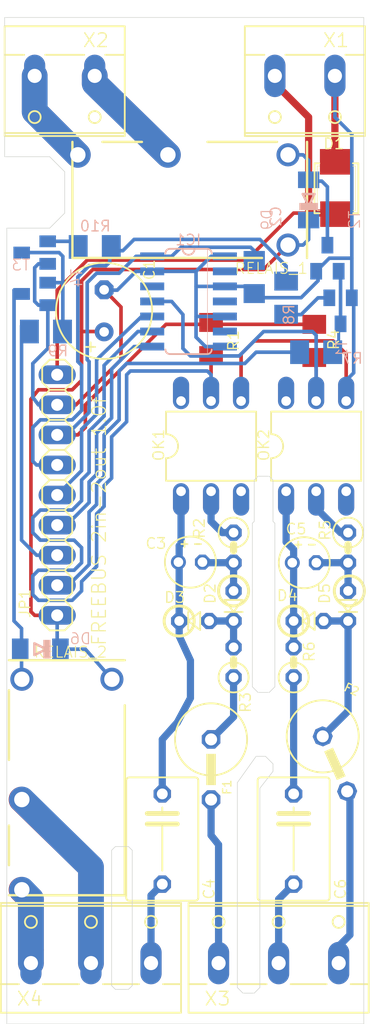
<source format=kicad_pcb>
(kicad_pcb (version 20221018) (generator pcbnew)
  (layers (0 "F.Cu" signal) (31 "B.Cu" signal) (34 "B.Paste" user) (35 "F.Paste" user) (36 "B.SilkS" user "B.Silkscreen") (37 "F.SilkS" user "F.Silkscreen") (38 "B.Mask" user) (39 "F.Mask" user) (44 "Edge.Cuts" user))
  (net 0 "")
  (net 1 "GND")
  (net 2 "EIB+")
  (net 3 "R3")
  (net 4 "IO1")
  (net 5 "VDD_IN")
  (net 6 "IO3")
  (net 7 "PWM")
  (net 8 "N$14")
  (net 9 "N$17")
  (net 10 "N$19")
  (net 11 "N$21")
  (net 12 "N$22")
  (net 13 "N$8")
  (net 14 "N$9")
  (net 15 "N$1")
  (net 16 "N$3")
  (net 17 "N$5")
  (net 18 "N$10")
  (net 19 "N$13")
  (net 20 "N$18")
  (net 21 "N$20")
  (net 22 "N$24")
  (net 23 "N$28")
  (net 24 "N$29")
  (net 25 "N$2")
  (net 26 "N$6")
  (net 27 "VCC")
  (net 28 "N$15")
  (net 29 "N$25")
  (net 30 "N$7")
  (net 31 "IO2")
  (net 32 "IO4")
  (net 33 "N$12")
  (net 34 "N$26")
  (net 35 "N$11")
  (footprint "2in-2out_1.0f_produziert_re:M1206" (layer "F.Cu") (at 159.50345 89.8185 90)
    (fp_text reference "R4")
    (fp_text value "10k")
  )
  (footprint "2in-2out_1.0f_produziert_re:0617V" (layer "F.Cu") (at 150.77235 126.0136 -90)
    (fp_text reference "F1")
    (fp_text value "80mA")
  )
  (footprint "2in-2out_1.0f_produziert_re:D-2.5" (layer "F.Cu") (at 159.02735 113.4724)
    (fp_text reference "D4")
    (fp_text value "1N4007")
  )
  (footprint "2in-2out_1.0f_produziert_re:0207_2V" (layer "F.Cu") (at 162.36105 107.2811 -90)
    (fp_text reference "R5")
    (fp_text value "6k8")
  )
  (footprint "2in-2out_1.0f_produziert_re:D-2.5" (layer "F.Cu") (at 152.67735 112.2024 90)
    (fp_text reference "D2")
    (fp_text value "1N4007")
  )
  (footprint "2in-2out_1.0f_produziert_re:1X09" (layer "F.Cu") (at 137.75485 102.8361 -90)
    (fp_text reference "JP1")
    (fp_text value "")
  )
  (footprint "2in-2out_1.0f_produziert_re:0617V" (layer "F.Cu") (at 161.24985 125.5374 -66)
    (fp_text reference "F2")
    (fp_text value "80mA")
  )
  (footprint "2in-2out_1.0f_produziert_re:D-2.5" (layer "F.Cu") (at 149.34365 113.4723)
    (fp_text reference "D3")
    (fp_text value "1N4007")
  )
  (footprint "2in-2out_1.0f_produziert_re:W237-132" (layer "F.Cu") (at 138.38985 68.0698 180)
    (fp_text reference "X2")
    (fp_text value "")
  )
  (footprint "2in-2out_1.0f_produziert_re:C075-063X106" (layer "F.Cu") (at 157.75735 131.8873 -90)
    (fp_text reference "C6")
    (fp_text value "47nF")
  )
  (footprint "2in-2out_1.0f_produziert_re:M1206" (layer "F.Cu") (at 150.77235 89.6598 -90)
    (fp_text reference "R1")
    (fp_text value "10k")
  )
  (footprint "2in-2out_1.0f_produziert_re:DIL06" (layer "F.Cu") (at 150.77235 98.7086)
    (fp_text reference "OK1")
    (fp_text value "CNY17-2")
  )
  (footprint "2in-2out_1.0f_produziert_re:0207_2V" (layer "F.Cu") (at 157.75735 116.9648 90)
    (fp_text reference "R6")
    (fp_text value "2k7 1W")
  )
  (footprint "2in-2out_1.0f_produziert_re:C075-063X106" (layer "F.Cu") (at 146.64485 131.8873 -90)
    (fp_text reference "C4")
    (fp_text value "47nF")
  )
  (footprint "2in-2out_1.0f_produziert_re:RE-SCHRACK" (layer "F.Cu") (at 138.57395 127.2836 -90)
    (fp_text reference "RELAIS_2")
    (fp_text value "RE030024")
  )
  (footprint "2in-2out_1.0f_produziert_re:E2-4" (layer "F.Cu") (at 149.02615 108.5003)
    (fp_text reference "C3")
    (fp_text value "10µ")
  )
  (footprint "2in-2out_1.0f_produziert_re:W237-132" (layer "F.Cu") (at 158.70985 68.0698 180)
    (fp_text reference "X1")
    (fp_text value "")
  )
  (footprint "2in-2out_1.0f_produziert_re:DIL06" (layer "F.Cu") (at 159.66235 98.7086)
    (fp_text reference "OK2")
    (fp_text value "CNY17-2")
  )
  (footprint "2in-2out_1.0f_produziert_re:RE-SCHRACK" (layer "F.Cu") (at 148.39115 77.9123 180)
    (fp_text reference "RELAIS_1")
    (fp_text value "RE030024")
  )
  (footprint "2in-2out_1.0f_produziert_re:E2-4" (layer "F.Cu") (at 158.65905 108.5511)
    (fp_text reference "C5")
    (fp_text value "10µ")
  )
  (footprint "2in-2out_1.0f_produziert_re:0207_2V" (layer "F.Cu") (at 152.67735 116.9647 90)
    (fp_text reference "R3")
    (fp_text value "2k7 1W")
  )
  (footprint "2in-2out_1.0f_produziert_re:SMB" (layer "F.Cu") (at 161.24985 76.8011 90)
    (fp_text reference "D1")
    (fp_text value "SMAJ43CA")
  )
  (footprint "2in-2out_1.0f_produziert_re:E3,5-8" (layer "F.Cu") (at 141.72375 87.2786 90)
    (fp_text reference "C1")
    (fp_text value "100µ")
  )
  (footprint "2in-2out_1.0f_produziert_re:D-2.5" (layer "F.Cu") (at 162.36115 112.2023 90)
    (fp_text reference "D5")
    (fp_text value "1N4007" hide)
  )
  (footprint "2in-2out_1.0f_produziert_re:W237-3E" (layer "F.Cu") (at 156.48735 141.7298)
    (fp_text reference "X3")
    (fp_text value "")
  )
  (footprint "2in-2out_1.0f_produziert_re:W237-3E" (layer "F.Cu") (at 140.61235 141.7299)
    (fp_text reference "X4")
    (fp_text value "")
  )
  (footprint "2in-2out_1.0f_produziert_re:0207_2V" (layer "F.Cu") (at 152.67735 107.2811 -90)
    (fp_text reference "R2")
    (fp_text value "6k8")
  )
  (footprint "2in-2out_1.0f_produziert_re:C1206" (layer "B.Cu") (at 154.42355 84.421 -90)
    (fp_text reference "C2")
    (fp_text value "100n")
  )
  (footprint "2in-2out_1.0f_produziert_re:SOT23" (layer "B.Cu") (at 135.84995 85.8497 -90)
    (fp_text reference "T4")
    (fp_text value "BC847")
  )
  (footprint "2in-2out_1.0f_produziert_re:M1206" (layer "B.Cu") (at 136.80245 89.0247 180)
    (fp_text reference "R9")
    (fp_text value "10k")
  )
  (footprint "2in-2out_1.0f_produziert_re:SOT23" (layer "B.Cu") (at 160.61485 82.8334 180)
    (fp_text reference "T2")
    (fp_text value "BC847")
  )
  (footprint "2in-2out_1.0f_produziert_re:SOT23" (layer "B.Cu") (at 161.72605 87.2784)
    (fp_text reference "T1")
    (fp_text value "BC847")
  )
  (footprint "2in-2out_1.0f_produziert_re:SO14" (layer "B.Cu") (at 148.86715 86.4849 -90)
    (fp_text reference "IC1")
    (fp_text value "74HC14D")
  )
  (footprint "2in-2out_1.0f_produziert_re:MINIMELF" (layer "B.Cu") (at 136.32625 115.8538 180)
    (fp_text reference "D6")
    (fp_text value "1N4148")
  )
  (footprint "2in-2out_1.0f_produziert_re:M1206" (layer "B.Cu") (at 157.12205 86.1673 -90)
    (fp_text reference "R8")
    (fp_text value "10k")
  )
  (footprint "2in-2out_1.0f_produziert_re:M1206" (layer "B.Cu") (at 140.92985 81.8813 180)
    (fp_text reference "R10")
    (fp_text value "10k")
  )
  (footprint "2in-2out_1.0f_produziert_re:M1206" (layer "B.Cu") (at 159.66225 90.7712 180)
    (fp_text reference "R7")
    (fp_text value "10k")
  )
  (footprint "2in-2out_1.0f_produziert_re:MINIMELF" (layer "B.Cu") (at 159.02755 77.9121 90)
    (fp_text reference "D9")
    (fp_text value "1N4148")
  )
  (footprint "2in-2out_1.0f_produziert_re:SOT23" (layer "B.Cu") (at 135.84995 82.3574 -90)
    (fp_text reference "T3")
    (fp_text value "847")
  )
  (gr_circle (center 152.67735 110.9322) (end 153.94735 110.9322) (stroke (width 0.254)) (fill none) (layer "F.SilkS"))
  (gr_circle (center 148.07355 113.4724) (end 149.34355 113.4724) (stroke (width 0.254)) (fill none) (layer "F.SilkS"))
  (gr_circle (center 162.46905 110.9323) (end 163.73905 110.9323) (stroke (width 0.254)) (fill none) (layer "F.SilkS"))
  (gr_circle (center 157.75735 113.4724) (end 159.02735 113.4724) (stroke (width 0.254)) (fill none) (layer "F.SilkS"))
  (gr_line (start 133.49235 147.5036) (end 163.69235 147.5036) (stroke (width 0.05)) (layer "Edge.Cuts"))
  (gr_line (start 144.10485 132.8398) (end 144.10485 144.2698) (stroke (width 0.05)) (layer "Edge.Cuts"))
  (gr_line (start 142.35865 144.2698) (end 142.35865 132.8398) (stroke (width 0.05)) (layer "Edge.Cuts"))
  (gr_line (start 144.10485 144.2698) (end 143.78735 144.5873) (stroke (width 0.05)) (layer "Edge.Cuts"))
  (gr_line (start 154.26485 105.2174) (end 154.42365 105.0586) (stroke (width 0.05)) (layer "Edge.Cuts"))
  (gr_line (start 154.26485 119.0285) (end 154.26485 105.2174) (stroke (width 0.05)) (layer "Edge.Cuts"))
  (gr_line (start 154.42365 105.0586) (end 154.42365 101.5661) (stroke (width 0.05)) (layer "Edge.Cuts"))
  (gr_line (start 154.74115 119.5048) (end 154.26485 119.0285) (stroke (width 0.05)) (layer "Edge.Cuts"))
  (gr_line (start 142.67615 144.5873) (end 142.35865 144.2698) (stroke (width 0.05)) (layer "Edge.Cuts"))
  (gr_line (start 143.78735 132.5223) (end 144.10485 132.8398) (stroke (width 0.05)) (layer "Edge.Cuts"))
  (gr_line (start 156.16985 119.0286) (end 155.69365 119.5048) (stroke (width 0.05)) (layer "Edge.Cuts"))
  (gr_line (start 154.89985 144.4286) (end 154.42365 144.9048) (stroke (width 0.05)) (layer "Edge.Cuts"))
  (gr_line (start 154.89985 127.6011) (end 154.89985 144.4286) (stroke (width 0.05)) (layer "Edge.Cuts"))
  (gr_line (start 154.74115 101.2486) (end 155.69365 101.2486) (stroke (width 0.05)) (layer "Edge.Cuts"))
  (gr_line (start 156.16985 105.2174) (end 156.16985 119.0286) (stroke (width 0.05)) (layer "Edge.Cuts"))
  (gr_line (start 133.49235 80.2936) (end 137.11985 80.2936) (stroke (width 0.05)) (layer "Edge.Cuts"))
  (gr_line (start 152.99485 144.4286) (end 152.99485 127.1248) (stroke (width 0.05)) (layer "Edge.Cuts"))
  (gr_line (start 156.01115 105.0587) (end 156.16985 105.2174) (stroke (width 0.05)) (layer "Edge.Cuts"))
  (gr_line (start 163.69235 147.5036) (end 163.69235 62.5036) (stroke (width 0.05)) (layer "Edge.Cuts"))
  (gr_line (start 142.67615 132.5223) (end 143.78735 132.5223) (stroke (width 0.05)) (layer "Edge.Cuts"))
  (gr_line (start 155.37625 124.9023) (end 156.01125 125.5374) (stroke (width 0.05)) (layer "Edge.Cuts"))
  (gr_line (start 143.78735 144.5873) (end 142.67615 144.5873) (stroke (width 0.05)) (layer "Edge.Cuts"))
  (gr_line (start 152.99485 127.1248) (end 154.58235 124.9023) (stroke (width 0.05)) (layer "Edge.Cuts"))
  (gr_line (start 156.01115 101.5661) (end 156.01115 105.0587) (stroke (width 0.05)) (layer "Edge.Cuts"))
  (gr_line (start 138.38985 79.0236) (end 138.38985 75.5311) (stroke (width 0.05)) (layer "Edge.Cuts"))
  (gr_line (start 155.69365 119.5048) (end 154.74115 119.5048) (stroke (width 0.05)) (layer "Edge.Cuts"))
  (gr_line (start 153.47105 144.9048) (end 152.99485 144.4286) (stroke (width 0.05)) (layer "Edge.Cuts"))
  (gr_line (start 154.58235 124.9023) (end 155.37625 124.9023) (stroke (width 0.05)) (layer "Edge.Cuts"))
  (gr_line (start 137.11985 74.2611) (end 133.30985 74.2611) (stroke (width 0.05)) (layer "Edge.Cuts"))
  (gr_line (start 133.30985 74.2611) (end 133.30985 62.5036) (stroke (width 0.05)) (layer "Edge.Cuts"))
  (gr_line (start 138.38985 75.5311) (end 137.11985 74.2611) (stroke (width 0.05)) (layer "Edge.Cuts"))
  (gr_line (start 156.01115 126.1723) (end 154.89985 127.6011) (stroke (width 0.05)) (layer "Edge.Cuts"))
  (gr_line (start 142.35865 132.8398) (end 142.67615 132.5223) (stroke (width 0.05)) (layer "Edge.Cuts"))
  (gr_line (start 155.69365 101.2486) (end 156.01115 101.5661) (stroke (width 0.05)) (layer "Edge.Cuts"))
  (gr_line (start 154.42365 101.5661) (end 154.74115 101.2486) (stroke (width 0.05)) (layer "Edge.Cuts"))
  (gr_line (start 163.69235 62.5036) (end 133.30985 62.5036) (stroke (width 0.05)) (layer "Edge.Cuts"))
  (gr_line (start 156.01125 125.5374) (end 156.01115 126.1723) (stroke (width 0.05)) (layer "Edge.Cuts"))
  (gr_line (start 133.49235 147.5036) (end 133.49235 80.2936) (stroke (width 0.05)) (layer "Edge.Cuts"))
  (gr_line (start 154.42365 144.9048) (end 153.47105 144.9048) (stroke (width 0.05)) (layer "Edge.Cuts"))
  (gr_line (start 137.11985 80.2936) (end 138.38985 79.0236) (stroke (width 0.05)) (layer "Edge.Cuts"))
  (gr_text "FREEBUS 2in-2out 1.0f" (at 140.61225 94.4224 90) (layer "F.SilkS") (effects (font (size 1.1684 1.1684) (thickness 0.1016)) (justify right top)))
  (segment (start 161.09115 89.8186) (end 154.42355 89.8186) (width 0.3048) (layer "F.Cu") (net 1))
  (segment (start 154.42355 89.8186) (end 153.31235 90.9298) (width 0.3048) (layer "F.Cu") (net 1))
  (segment (start 161.24985 74.6929) (end 161.35145 74.6929) (width 0.254) (layer "F.Cu") (net 1))
  (segment (start 162.20235 90.9298) (end 161.09115 89.8186) (width 0.3048) (layer "F.Cu") (net 1))
  (segment (start 162.20235 94.8986) (end 162.20235 90.9298) (width 0.3048) (layer "F.Cu") (net 1))
  (segment (start 143.15245 91.406) (end 143.15235 86.961) (width 0.3048) (layer "F.Cu") (net 1))
  (segment (start 143.15235 86.961) (end 141.72375 85.5006) (width 0.3048) (layer "F.Cu") (net 1))
  (segment (start 161.24985 67.4348) (end 161.24985 74.6929) (width 0.6096) (layer "F.Cu") (net 1))
  (segment (start 137.75485 95.2161) (end 139.34245 95.2161) (width 0.3048) (layer "F.Cu") (net 1))
  (segment (start 139.34245 95.2161) (end 143.15245 91.406) (width 0.3048) (layer "F.Cu") (net 1))
  (segment (start 153.31235 90.9298) (end 153.31235 94.8986) (width 0.3048) (layer "F.Cu") (net 1))
  (segment (start 161.24985 74.6929) (end 161.24985 74.8961) (width 0.254) (layer "F.Cu") (net 1))
  (segment (start 161.24985 70.9273) (end 161.24985 67.4348) (width 0.3048) (layer "B.Cu") (net 1))
  (segment (start 154.42355 85.821) (end 154.58235 85.821) (width 0.254) (layer "B.Cu") (net 1))
  (segment (start 136.48485 83.3098) (end 136.48485 83.3074) (width 0.3048) (layer "B.Cu") (net 1))
  (segment (start 159.82115 83.7861) (end 159.82105 83.7861) (width 0.3048) (layer "B.Cu") (net 1))
  (segment (start 162.67865 82.8336) (end 162.67855 72.3561) (width 0.3048) (layer "B.Cu") (net 1))
  (segment (start 136.96115 90.4537) (end 136.96115 86.7997) (width 0.3048) (layer "B.Cu") (net 1))
  (segment (start 149.50235 89.5012) (end 150.29615 90.2948) (width 0.3048) (layer "B.Cu") (net 1))
  (segment (start 159.82115 83.9334) (end 159.66485 83.9334) (width 0.254) (layer "B.Cu") (net 1))
  (segment (start 145.85115 83.9449) (end 145.85115 83.9448) (width 0.254) (layer "B.Cu") (net 1))
  (segment (start 158.39235 86.1672) (end 159.82115 84.7386) (width 0.3048) (layer "B.Cu") (net 1))
  (segment (start 136.16725 95.2161) (end 135.69115 94.5811) (width 0.3048) (layer "B.Cu") (net 1))
  (segment (start 160.77365 82.8336) (end 162.67865 82.8336) (width 0.3048) (layer "B.Cu") (net 1))
  (segment (start 145.79375 83.9449) (end 145.85115 83.9449) (width 0.3048) (layer "B.Cu") (net 1))
  (segment (start 149.50245 83.9448) (end 149.66115 83.7863) (width 0.3048) (layer "B.Cu") (net 1))
  (segment (start 159.82115 83.7861) (end 159.82115 83.786) (width 0.3048) (layer "B.Cu") (net 1))
  (segment (start 142.83485 85.5323) (end 144.42235 83.9449) (width 0.3048) (layer "B.Cu") (net 1))
  (segment (start 145.85115 83.9449) (end 146.00985 83.9449) (width 0.3048) (layer "B.Cu") (net 1))
  (segment (start 154.42355 85.6622) (end 154.42355 85.821) (width 0.3048) (layer "B.Cu") (net 1))
  (segment (start 154.58235 86.1673) (end 158.39235 86.1672) (width 0.3048) (layer "B.Cu") (net 1))
  (segment (start 150.29615 90.2949) (end 151.94055 90.2949) (width 0.3048) (layer "B.Cu") (net 1))
  (segment (start 152.04235 85.2148) (end 152.04235 85.2149) (width 0.254) (layer "B.Cu") (net 1))
  (segment (start 162.67855 72.3561) (end 161.24985 70.9273) (width 0.3048) (layer "B.Cu") (net 1))
  (segment (start 136.94995 86.7997) (end 136.16735 86.8023) (width 0.3048) (layer "B.Cu") (net 1))
  (segment (start 136.16735 83.3098) (end 136.48485 83.3098) (width 0.3048) (layer "B.Cu") (net 1))
  (segment (start 150.29615 90.2948) (end 150.29615 90.2949) (width 0.3048) (layer "B.Cu") (net 1))
  (segment (start 154.58235 85.821) (end 154.58235 86.1673) (width 0.254) (layer "B.Cu") (net 1))
  (segment (start 135.69105 91.7235) (end 136.96115 90.4537) (width 0.3048) (layer "B.Cu") (net 1))
  (segment (start 162.20235 93.1523) (end 162.20235 94.8986) (width 0.3048) (layer "B.Cu") (net 1))
  (segment (start 151.94055 85.2149) (end 154.42365 85.2149) (width 0.3048) (layer "B.Cu") (net 1))
  (segment (start 152.04235 85.2149) (end 151.94055 85.2149) (width 0.254) (layer "B.Cu") (net 1))
  (segment (start 149.50235 85.2148) (end 149.50235 87.7549) (width 0.3048) (layer "B.Cu") (net 1))
  (segment (start 150.77235 82.675) (end 150.93115 82.6748) (width 0.3048) (layer "B.Cu") (net 1))
  (segment (start 154.42365 85.2149) (end 154.42355 85.6622) (width 0.254) (layer "B.Cu") (net 1))
  (segment (start 136.16735 86.8023) (end 135.84985 86.4822) (width 0.3048) (layer "B.Cu") (net 1))
  (segment (start 159.82115 83.7861) (end 159.82115 83.9334) (width 0.3048) (layer "B.Cu") (net 1))
  (segment (start 145.85115 83.9448) (end 149.50245 83.9448) (width 0.3048) (layer "B.Cu") (net 1))
  (segment (start 159.82105 83.7861) (end 160.77365 82.8336) (width 0.3048) (layer "B.Cu") (net 1))
  (segment (start 149.50235 87.7549) (end 151.94055 87.7549) (width 0.3048) (layer "B.Cu") (net 1))
  (segment (start 135.84985 86.4822) (end 135.84985 83.6273) (width 0.3048) (layer "B.Cu") (net 1))
  (segment (start 149.50235 85.2148) (end 152.04235 85.2148) (width 0.3048) (layer "B.Cu") (net 1))
  (segment (start 141.72375 85.5006) (end 141.72365 85.5323) (width 0.3048) (layer "B.Cu") (net 1))
  (segment (start 136.96115 86.7997) (end 136.94995 86.7997) (width 0.3048) (layer "B.Cu") (net 1))
  (segment (start 135.69115 94.5811) (end 135.69105 91.7235) (width 0.3048) (layer "B.Cu") (net 1))
  (segment (start 149.50245 83.9448) (end 149.50235 85.2148) (width 0.3048) (layer "B.Cu") (net 1))
  (segment (start 136.48485 83.3074) (end 136.94995 83.3074) (width 0.3048) (layer "B.Cu") (net 1))
  (segment (start 162.67865 85.8609) (end 162.67605 86.1784) (width 0.254) (layer "B.Cu") (net 1))
  (segment (start 162.67865 82.8336) (end 162.67865 85.8609) (width 0.3048) (layer "B.Cu") (net 1))
  (segment (start 159.82115 84.7386) (end 159.82115 83.7861) (width 0.3048) (layer "B.Cu") (net 1))
  (segment (start 159.82115 83.9334) (end 159.82115 83.9448) (width 0.254) (layer "B.Cu") (net 1))
  (segment (start 137.75485 95.2161) (end 136.16725 95.2161) (width 0.3048) (layer "B.Cu") (net 1))
  (segment (start 135.84985 83.6273) (end 136.16735 83.3098) (width 0.3048) (layer "B.Cu") (net 1))
  (segment (start 146.00985 83.9449) (end 146.00985 83.9448) (width 0.254) (layer "B.Cu") (net 1))
  (segment (start 149.66115 83.7863) (end 150.77235 82.675) (width 0.3048) (layer "B.Cu") (net 1))
  (segment (start 144.42235 83.9449) (end 145.79375 83.9449) (width 0.3048) (layer "B.Cu") (net 1))
  (segment (start 141.72365 85.5323) (end 142.83485 85.5323) (width 0.3048) (layer "B.Cu") (net 1))
  (segment (start 149.50235 87.7549) (end 149.50235 89.5012) (width 0.3048) (layer "B.Cu") (net 1))
  (segment (start 162.83735 92.5173) (end 162.20235 93.1523) (width 0.3048) (layer "B.Cu") (net 1))
  (segment (start 150.93115 82.6748) (end 151.94055 82.6749) (width 0.3048) (layer "B.Cu") (net 1))
  (segment (start 162.67605 86.1784) (end 162.83735 86.4959) (width 0.254) (layer "B.Cu") (net 1))
  (segment (start 162.83735 86.4959) (end 162.83735 92.5173) (width 0.3048) (layer "B.Cu") (net 1))
  (segment (start 159.02735 70.9273) (end 156.16985 68.0698) (width 0.6096) (layer "F.Cu") (net 2))
  (segment (start 161.40865 79.1125) (end 161.40865 79.1823) (width 0.254) (layer "F.Cu") (net 2))
  (segment (start 159.02735 79.0236) (end 159.02735 70.9273) (width 0.6096) (layer "F.Cu") (net 2))
  (segment (start 159.02735 79.0236) (end 161.40865 79.0236) (width 0.6096) (layer "F.Cu") (net 2))
  (segment (start 157.75735 79.0236) (end 159.02735 79.0236) (width 0.3048) (layer "F.Cu") (net 2))
  (segment (start 140.29485 82.9923) (end 153.78865 82.9923) (width 0.3048) (layer "F.Cu") (net 2))
  (segment (start 137.75485 92.6761) (end 137.75485 85.5323) (width 0.3048) (layer "F.Cu") (net 2))
  (segment (start 153.78865 82.9923) (end 157.75735 79.0236) (width 0.3048) (layer "F.Cu") (net 2))
  (segment (start 156.16985 68.0698) (end 156.16985 67.4348) (width 0.6096) (layer "F.Cu") (net 2))
  (segment (start 137.75485 85.5323) (end 140.29485 82.9923) (width 0.3048) (layer "F.Cu") (net 2))
  (segment (start 161.40865 79.1125) (end 161.37685 79.1125) (width 0.254) (layer "F.Cu") (net 2))
  (segment (start 161.40865 79.0236) (end 161.40865 79.1125) (width 0.254) (layer "F.Cu") (net 2))
  (segment (start 158.86865 76.3708) (end 159.02755 76.2121) (width 0.254) (layer "B.Cu") (net 3))
  (segment (start 159.02735 76.3248) (end 159.02735 74.5786) (width 0.3048) (layer "B.Cu") (net 3))
  (segment (start 159.02735 76.3248) (end 158.86865 76.3708) (width 0.254) (layer "B.Cu") (net 3))
  (segment (start 158.55115 74.1023) (end 157.28115 74.1023) (width 0.3048) (layer "B.Cu") (net 3))
  (segment (start 160.61485 81.7334) (end 160.61495 76.801) (width 0.3048) (layer "B.Cu") (net 3))
  (segment (start 160.61495 76.801) (end 160.13865 76.3248) (width 0.3048) (layer "B.Cu") (net 3))
  (segment (start 159.02735 74.5786) (end 158.55115 74.1023) (width 0.3048) (layer "B.Cu") (net 3))
  (segment (start 160.13865 76.3248) (end 159.02735 76.3248) (width 0.3048) (layer "B.Cu") (net 3))
  (segment (start 137.75485 107.9161) (end 136.00865 107.9161) (width 0.3048) (layer "B.Cu") (net 4))
  (segment (start 134.73865 88.5484) (end 135.40245 89.0247) (width 0.3048) (layer "B.Cu") (net 4))
  (segment (start 134.73865 106.6461) (end 134.73865 88.5484) (width 0.3048) (layer "B.Cu") (net 4))
  (segment (start 137.75485 107.9161) (end 137.75485 108.0748) (width 0.254) (layer "B.Cu") (net 4))
  (segment (start 136.00865 107.9161) (end 134.73865 106.6461) (width 0.3048) (layer "B.Cu") (net 4))
  (segment (start 135.84985 112.9961) (end 135.53245 112.6786) (width 0.3048) (layer "F.Cu") (net 5))
  (segment (start 139.81865 89.0248) (end 141.24735 89.0248) (width 0.3048) (layer "F.Cu") (net 5))
  (segment (start 136.16745 93.9461) (end 139.02485 93.9461) (width 0.3048) (layer "F.Cu") (net 5))
  (segment (start 135.53255 94.7398) (end 136.16745 93.9461) (width 0.3048) (layer "F.Cu") (net 5))
  (segment (start 139.02485 93.9461) (end 139.81865 93.1523) (width 0.3048) (layer "F.Cu") (net 5))
  (segment (start 139.81865 84.7386) (end 140.77115 83.7861) (width 0.3048) (layer "F.Cu") (net 5))
  (segment (start 139.81865 93.1523) (end 139.81865 89.0248) (width 0.3048) (layer "F.Cu") (net 5))
  (segment (start 135.53245 112.6786) (end 135.53255 94.7398) (width 0.3048) (layer "F.Cu") (net 5))
  (segment (start 155.21735 83.7861) (end 157.28115 81.7223) (width 0.3048) (layer "F.Cu") (net 5))
  (segment (start 137.75485 112.9961) (end 135.84985 112.9961) (width 0.3048) (layer "F.Cu") (net 5))
  (segment (start 140.77115 83.7861) (end 155.21735 83.7861) (width 0.3048) (layer "F.Cu") (net 5))
  (segment (start 139.81865 89.0248) (end 139.81865 84.7386) (width 0.3048) (layer "F.Cu") (net 5))
  (segment (start 141.24735 89.0248) (end 141.72375 89.0566) (width 0.3048) (layer "F.Cu") (net 5))
  (segment (start 157.28115 81.7223) (end 158.55115 81.7223) (width 0.3048) (layer "B.Cu") (net 5))
  (segment (start 140.13615 115.8536) (end 142.38395 118.3936) (width 0.3048) (layer "B.Cu") (net 5))
  (segment (start 158.55115 81.7223) (end 159.02745 81.2461) (width 0.3048) (layer "B.Cu") (net 5))
  (segment (start 138.02625 115.8538) (end 138.23115 115.8538) (width 0.254) (layer "B.Cu") (net 5))
  (segment (start 138.02625 115.8538) (end 137.75485 115.8538) (width 0.3048) (layer "B.Cu") (net 5))
  (segment (start 159.02735 79.7708) (end 159.02755 79.6121) (width 0.254) (layer "B.Cu") (net 5))
  (segment (start 159.02735 80.7698) (end 159.02735 79.7708) (width 0.3048) (layer "B.Cu") (net 5))
  (segment (start 138.23115 115.8538) (end 138.23115 115.8536) (width 0.254) (layer "B.Cu") (net 5))
  (segment (start 159.02745 81.2461) (end 159.02735 80.7698) (width 0.3048) (layer "B.Cu") (net 5))
  (segment (start 138.23115 115.8538) (end 140.13615 115.8536) (width 0.3048) (layer "B.Cu") (net 5))
  (segment (start 137.75485 115.8538) (end 137.75485 112.9961) (width 0.3048) (layer "B.Cu") (net 5))
  (segment (start 141.08865 97.5974) (end 142.19985 96.4862) (width 0.3048) (layer "B.Cu") (net 6))
  (segment (start 138.54875 105.3761) (end 140.45365 103.4711) (width 0.3048) (layer "B.Cu") (net 6))
  (segment (start 137.75485 105.3761) (end 138.54875 105.3761) (width 0.3048) (layer "B.Cu") (net 6))
  (segment (start 140.45365 103.4711) (end 140.45365 101.7247) (width 0.3048) (layer "B.Cu") (net 6))
  (segment (start 145.85115 90.2948) (end 145.85115 90.2949) (width 0.254) (layer "B.Cu") (net 6))
  (segment (start 145.85115 90.2949) (end 145.79375 90.2949) (width 0.254) (layer "B.Cu") (net 6))
  (segment (start 142.35875 92.1998) (end 144.26365 90.2948) (width 0.3048) (layer "B.Cu") (net 6))
  (segment (start 141.08865 101.0897) (end 141.08865 97.5974) (width 0.3048) (layer "B.Cu") (net 6))
  (segment (start 140.45365 101.7247) (end 141.08865 101.0897) (width 0.3048) (layer "B.Cu") (net 6))
  (segment (start 142.35865 96.3273) (end 142.35875 92.1998) (width 0.3048) (layer "B.Cu") (net 6))
  (segment (start 142.19985 96.4862) (end 142.35865 96.3273) (width 0.3048) (layer "B.Cu") (net 6))
  (segment (start 144.26365 90.2948) (end 145.85115 90.2948) (width 0.3048) (layer "B.Cu") (net 6))
  (segment (start 139.81865 91.8823) (end 139.50115 91.5648) (width 0.3048) (layer "B.Cu") (net 7))
  (segment (start 136.00865 100.2961) (end 135.69115 99.9786) (width 0.3048) (layer "B.Cu") (net 7))
  (segment (start 142.19985 82.1987) (end 142.32985 81.8813) (width 0.3048) (layer "B.Cu") (net 7))
  (segment (start 135.69115 97.1211) (end 136.32615 96.4861) (width 0.3048) (layer "B.Cu") (net 7))
  (segment (start 139.50115 91.5648) (end 139.50105 84.4212) (width 0.3048) (layer "B.Cu") (net 7))
  (segment (start 136.32615 96.4861) (end 139.02485 96.4861) (width 0.3048) (layer "B.Cu") (net 7))
  (segment (start 154.89985 81.2461) (end 157.12235 83.4973) (width 0.3048) (layer "B.Cu") (net 7))
  (segment (start 141.88235 83.4686) (end 142.19985 83.1511) (width 0.3048) (layer "B.Cu") (net 7))
  (segment (start 139.50105 84.4212) (end 140.45385 83.4687) (width 0.3048) (layer "B.Cu") (net 7))
  (segment (start 140.45385 83.4687) (end 141.24745 83.4687) (width 0.3048) (layer "B.Cu") (net 7))
  (segment (start 139.02485 96.4861) (end 139.81865 95.6923) (width 0.3048) (layer "B.Cu") (net 7))
  (segment (start 135.69115 99.9786) (end 135.69115 97.1211) (width 0.3048) (layer "B.Cu") (net 7))
  (segment (start 157.12235 83.4973) (end 157.12205 84.7673) (width 0.3048) (layer "B.Cu") (net 7))
  (segment (start 137.75485 100.2961) (end 136.00865 100.2961) (width 0.3048) (layer "B.Cu") (net 7))
  (segment (start 142.19985 82.1987) (end 143.31115 82.1986) (width 0.3048) (layer "B.Cu") (net 7))
  (segment (start 141.24745 83.4687) (end 141.88235 83.4686) (width 0.3048) (layer "B.Cu") (net 7))
  (segment (start 139.81865 95.6923) (end 139.81865 91.8823) (width 0.3048) (layer "B.Cu") (net 7))
  (segment (start 142.19985 83.1511) (end 142.19985 82.1987) (width 0.3048) (layer "B.Cu") (net 7))
  (segment (start 144.26365 81.2461) (end 154.89985 81.2461) (width 0.3048) (layer "B.Cu") (net 7))
  (segment (start 143.31115 82.1986) (end 144.26365 81.2461) (width 0.3048) (layer "B.Cu") (net 7))
  (segment (start 161.72615 88.2197) (end 161.72615 84.2509) (width 0.3048) (layer "B.Cu") (net 8))
  (segment (start 161.56735 90.6124) (end 161.56735 88.0609) (width 0.254) (layer "B.Cu") (net 8))
  (segment (start 161.72605 88.3784) (end 161.72615 88.2197) (width 0.254) (layer "B.Cu") (net 8))
  (segment (start 161.06225 90.7712) (end 161.56735 90.6124) (width 0.254) (layer "B.Cu") (net 8))
  (segment (start 161.72615 84.2509) (end 161.56485 83.9334) (width 0.254) (layer "B.Cu") (net 8))
  (segment (start 161.56735 88.0609) (end 161.72605 88.3784) (width 0.254) (layer "B.Cu") (net 8))
  (segment (start 138.23125 84.8973) (end 138.23115 82.6749) (width 0.3048) (layer "B.Cu") (net 9))
  (segment (start 137.43735 82.3574) (end 134.74995 82.3574) (width 0.3048) (layer "B.Cu") (net 9))
  (segment (start 136.94995 84.8997) (end 136.64365 84.8997) (width 0.3048) (layer "B.Cu") (net 9))
  (segment (start 138.23115 88.7071) (end 138.20245 89.0247) (width 0.3048) (layer "B.Cu") (net 9))
  (segment (start 137.91365 82.3573) (end 137.43735 82.3574) (width 0.3048) (layer "B.Cu") (net 9))
  (segment (start 138.23115 82.6749) (end 137.91365 82.3573) (width 0.3048) (layer "B.Cu") (net 9))
  (segment (start 136.64365 84.8973) (end 138.23125 84.8973) (width 0.3048) (layer "B.Cu") (net 9))
  (segment (start 138.23125 84.8973) (end 138.23115 88.7071) (width 0.3048) (layer "B.Cu") (net 9))
  (segment (start 136.64365 84.8997) (end 136.64365 84.8973) (width 0.3048) (layer "B.Cu") (net 9))
  (segment (start 134.76395 118.3936) (end 134.73865 118.3936) (width 0.3048) (layer "B.Cu") (net 10))
  (segment (start 134.73865 114.1073) (end 134.10365 113.4723) (width 0.3048) (layer "B.Cu") (net 10))
  (segment (start 134.73865 118.3936) (end 134.73865 115.8538) (width 0.3048) (layer "B.Cu") (net 10))
  (segment (start 134.10365 113.4723) (end 134.10365 85.5322) (width 0.3048) (layer "B.Cu") (net 10))
  (segment (start 134.73865 115.8538) (end 134.62625 115.8538) (width 0.254) (layer "B.Cu") (net 10))
  (segment (start 134.10365 85.5322) (end 134.74995 85.8497) (width 0.3048) (layer "B.Cu") (net 10))
  (segment (start 134.73865 115.8538) (end 134.73865 115.8536) (width 0.254) (layer "B.Cu") (net 10))
  (segment (start 134.73865 115.8538) (end 134.73865 114.1073) (width 0.3048) (layer "B.Cu") (net 10))
  (segment (start 157.75735 87.5673) (end 157.75735 87.5961) (width 0.254) (layer "B.Cu") (net 11))
  (segment (start 157.75735 87.5961) (end 158.39235 87.5961) (width 0.3048) (layer "B.Cu") (net 11))
  (segment (start 158.39235 87.5961) (end 159.82115 86.1784) (width 0.3048) (layer "B.Cu") (net 11))
  (segment (start 157.12205 87.5673) (end 157.75735 87.5673) (width 0.254) (layer "B.Cu") (net 11))
  (segment (start 159.82115 86.1784) (end 160.77605 86.1784) (width 0.3048) (layer "B.Cu") (net 11))
  (segment (start 139.34235 82.1987) (end 139.52985 81.8813) (width 0.3048) (layer "B.Cu") (net 12))
  (segment (start 136.94995 81.4074) (end 139.34235 81.4074) (width 0.3048) (layer "B.Cu") (net 12))
  (segment (start 139.34235 81.4074) (end 139.34235 82.1987) (width 0.3048) (layer "B.Cu") (net 12))
  (segment (start 140.61235 142.3649) (end 140.61235 142.3648) (width 2.1844) (layer "F.Cu") (net 13))
  (segment (start 140.61235 134.2686) (end 134.73855 128.5536) (width 2.1844) (layer "F.Cu") (net 13))
  (segment (start 140.61235 142.3649) (end 140.61235 134.2686) (width 2.1844) (layer "F.Cu") (net 13))
  (segment (start 140.61235 142.3649) (end 140.61235 134.2686) (width 2.1844) (layer "B.Cu") (net 13))
  (segment (start 140.61235 134.2686) (end 134.76395 128.5536) (width 2.1844) (layer "B.Cu") (net 13))
  (segment (start 135.53235 142.3649) (end 135.53245 141.2536) (width 2.1844) (layer "F.Cu") (net 14))
  (segment (start 135.53235 142.3649) (end 135.53245 142.3649) (width 2.1844) (layer "F.Cu") (net 14))
  (segment (start 135.53245 141.2536) (end 135.53245 136.9673) (width 2.1844) (layer "F.Cu") (net 14))
  (segment (start 135.53235 142.3649) (end 135.84985 141.2536) (width 0.254) (layer "F.Cu") (net 14))
  (segment (start 135.53245 136.9673) (end 134.73865 136.1735) (width 2.1844) (layer "F.Cu") (net 14))
  (segment (start 135.53245 141.2536) (end 135.84985 141.2536) (width 0.254) (layer "F.Cu") (net 14))
  (segment (start 135.53235 142.3649) (end 135.53235 136.9674) (width 2.1844) (layer "B.Cu") (net 14))
  (segment (start 135.53235 136.9674) (end 134.76395 136.1736) (width 2.1844) (layer "B.Cu") (net 14))
  (segment (start 150.77235 105.0585) (end 150.77235 102.5186) (width 0.6096) (layer "B.Cu") (net 15))
  (segment (start 152.67735 106.0111) (end 151.72485 106.0111) (width 0.6096) (layer "B.Cu") (net 15))
  (segment (start 151.72485 106.0111) (end 150.77235 105.0585) (width 0.6096) (layer "B.Cu") (net 15))
  (segment (start 150.04215 108.5003) (end 149.81985 108.5003) (width 0.6096) (layer "B.Cu") (net 16))
  (segment (start 149.81985 108.551) (end 152.67735 108.5511) (width 0.6096) (layer "B.Cu") (net 16))
  (segment (start 149.81985 108.5003) (end 149.81985 108.551) (width 0.6096) (layer "B.Cu") (net 16))
  (segment (start 152.67735 108.5511) (end 152.67735 110.9324) (width 0.6096) (layer "B.Cu") (net 16))
  (segment (start 150.61365 113.4724) (end 150.61365 113.4723) (width 0.6096) (layer "B.Cu") (net 17))
  (segment (start 152.67735 113.4724) (end 150.61365 113.4724) (width 0.6096) (layer "B.Cu") (net 17))
  (segment (start 152.67735 113.4724) (end 152.67735 113.4723) (width 0.6096) (layer "B.Cu") (net 17))
  (segment (start 152.67735 115.6947) (end 152.67735 113.4724) (width 0.6096) (layer "B.Cu") (net 17))
  (segment (start 159.66235 103.9473) (end 159.66235 102.5186) (width 0.6096) (layer "B.Cu") (net 18))
  (segment (start 161.72615 106.0111) (end 159.66235 103.9473) (width 0.6096) (layer "B.Cu") (net 18))
  (segment (start 162.36105 106.0111) (end 161.72615 106.0111) (width 0.6096) (layer "B.Cu") (net 18))
  (segment (start 162.36105 108.5511) (end 162.36115 110.9323) (width 0.6096) (layer "B.Cu") (net 19))
  (segment (start 159.67505 108.5511) (end 162.36105 108.5511) (width 0.6096) (layer "B.Cu") (net 19))
  (segment (start 162.36115 121.0869) (end 162.36115 113.4723) (width 0.6096) (layer "B.Cu") (net 20))
  (segment (start 160.216737 123.216997) (end 162.36115 121.0869) (width 0.6096) (layer "B.Cu") (net 20))
  (segment (start 162.36115 113.4723) (end 160.29735 113.4724) (width 0.6096) (layer "B.Cu") (net 20))
  (segment (start 157.75735 107.4398) (end 157.12235 106.8048) (width 0.6096) (layer "B.Cu") (net 21))
  (segment (start 157.12235 106.8048) (end 157.12235 102.5186) (width 0.6096) (layer "B.Cu") (net 21))
  (segment (start 157.75735 115.6948) (end 157.75735 113.4724) (width 0.6096) (layer "B.Cu") (net 21))
  (segment (start 157.75735 108.5511) (end 157.75735 107.4398) (width 0.6096) (layer "B.Cu") (net 21))
  (segment (start 157.75735 108.5511) (end 157.64305 108.5511) (width 0.6096) (layer "B.Cu") (net 21))
  (segment (start 157.75735 113.4724) (end 157.75735 108.5511) (width 0.6096) (layer "B.Cu") (net 21))
  (segment (start 147.91485 122.0448) (end 149.02615 119.9811) (width 0.6096) (layer "B.Cu") (net 22))
  (segment (start 148.07365 108.3415) (end 148.07365 107.1223) (width 0.6096) (layer "B.Cu") (net 22))
  (segment (start 146.64485 128.0773) (end 146.64485 123.4736) (width 0.6096) (layer "B.Cu") (net 22))
  (segment (start 148.07365 108.3415) (end 148.01015 108.5003) (width 0.6096) (layer "B.Cu") (net 22))
  (segment (start 149.02615 119.9811) (end 149.02615 116.8061) (width 0.6096) (layer "B.Cu") (net 22))
  (segment (start 148.23235 106.9636) (end 148.23235 102.5186) (width 0.6096) (layer "B.Cu") (net 22))
  (segment (start 146.64485 123.4736) (end 147.91485 122.0448) (width 0.6096) (layer "B.Cu") (net 22))
  (segment (start 148.07365 107.1223) (end 148.23235 106.9636) (width 0.6096) (layer "B.Cu") (net 22))
  (segment (start 148.07365 113.4723) (end 148.07365 108.3415) (width 0.6096) (layer "B.Cu") (net 22))
  (segment (start 149.02615 116.8061) (end 148.07365 114.7424) (width 0.6096) (layer "B.Cu") (net 22))
  (segment (start 148.07365 114.7424) (end 148.07365 113.4723) (width 0.6096) (layer "B.Cu") (net 22))
  (segment (start 159.66235 92.3298) (end 159.66235 92.1998) (width 0.3048) (layer "F.Cu") (net 23))
  (segment (start 159.66235 92.3298) (end 159.50345 91.2185) (width 0.254) (layer "F.Cu") (net 23))
  (segment (start 159.66235 94.8986) (end 159.66235 92.3298) (width 0.3048) (layer "F.Cu") (net 23))
  (segment (start 148.39115 87.5961) (end 147.43865 86.4848) (width 0.3048) (layer "B.Cu") (net 23))
  (segment (start 155.21735 89.0249) (end 159.34485 89.0249) (width 0.3048) (layer "B.Cu") (net 23))
  (segment (start 148.39115 90.4536) (end 148.39115 87.5961) (width 0.3048) (layer "B.Cu") (net 23))
  (segment (start 147.43865 86.4848) (end 145.85115 86.4848) (width 0.3048) (layer "B.Cu") (net 23))
  (segment (start 149.02615 91.0886) (end 153.15365 91.0886) (width 0.3048) (layer "B.Cu") (net 23))
  (segment (start 148.39115 90.4536) (end 149.02615 91.0886) (width 0.3048) (layer "B.Cu") (net 23))
  (segment (start 146.00995 86.4849) (end 145.79375 86.4849) (width 0.254) (layer "B.Cu") (net 23))
  (segment (start 153.15365 91.0886) (end 155.21735 89.0249) (width 0.3048) (layer "B.Cu") (net 23))
  (segment (start 145.85115 86.4848) (end 146.00995 86.4849) (width 0.254) (layer "B.Cu") (net 23))
  (segment (start 159.66235 89.3422) (end 159.66235 94.8986) (width 0.3048) (layer "B.Cu") (net 23))
  (segment (start 159.34485 89.0249) (end 159.66235 89.3422) (width 0.3048) (layer "B.Cu") (net 23))
  (segment (start 150.77235 94.8986) (end 150.77235 91.0598) (width 0.3048) (layer "F.Cu") (net 24))
  (segment (start 135.69115 109.6624) (end 136.16735 109.1861) (width 0.3048) (layer "B.Cu") (net 24))
  (segment (start 139.81855 110.9323) (end 139.81855 110.1385) (width 0.3048) (layer "B.Cu") (net 24))
  (segment (start 139.81865 107.2811) (end 139.18365 106.6461) (width 0.3048) (layer "B.Cu") (net 24))
  (segment (start 141.72365 96.1688) (end 141.72365 91.8825) (width 0.3048) (layer "B.Cu") (net 24))
  (segment (start 136.32615 106.6461) (end 135.69115 106.0111) (width 0.3048) (layer "B.Cu") (net 24))
  (segment (start 139.81855 110.1385) (end 141.08855 108.8686) (width 0.3048) (layer "B.Cu") (net 24))
  (segment (start 136.16735 111.7261) (end 139.02485 111.7261) (width 0.3048) (layer "B.Cu") (net 24))
  (segment (start 141.72365 102.0423) (end 142.35865 101.4072) (width 0.3048) (layer "B.Cu") (net 24))
  (segment (start 136.16735 111.7261) (end 135.69115 111.2498) (width 0.3048) (layer "B.Cu") (net 24))
  (segment (start 141.72365 91.8825) (end 144.58105 89.0249) (width 0.3048) (layer "B.Cu") (net 24))
  (segment (start 139.81865 103.3123) (end 139.81865 101.5663) (width 0.3048) (layer "B.Cu") (net 24))
  (segment (start 135.69115 111.2498) (end 135.69115 109.6624) (width 0.3048) (layer "B.Cu") (net 24))
  (segment (start 135.69105 105.2173) (end 135.69115 104.7411) (width 0.3048) (layer "B.Cu") (net 24))
  (segment (start 141.08855 104.4235) (end 141.72365 103.7885) (width 0.3048) (layer "B.Cu") (net 24))
  (segment (start 142.35865 97.9148) (end 143.62865 96.6449) (width 0.3048) (layer "B.Cu") (net 24))
  (segment (start 143.94615 92.3586) (end 150.45485 92.3586) (width 0.3048) (layer "B.Cu") (net 24))
  (segment (start 139.18365 109.1861) (end 139.81865 108.5511) (width 0.3048) (layer "B.Cu") (net 24))
  (segment (start 139.81865 101.5663) (end 140.45365 100.9313) (width 0.3048) (layer "B.Cu") (net 24))
  (segment (start 139.81865 108.5511) (end 139.81865 107.2811) (width 0.3048) (layer "B.Cu") (net 24))
  (segment (start 139.18365 106.6461) (end 136.32615 106.6461) (width 0.3048) (layer "B.Cu") (net 24))
  (segment (start 140.45365 100.9313) (end 140.45365 97.4388) (width 0.3048) (layer "B.Cu") (net 24))
  (segment (start 136.32615 104.1061) (end 139.02485 104.1061) (width 0.3048) (layer "B.Cu") (net 24))
  (segment (start 136.16735 109.1861) (end 139.18365 109.1861) (width 0.3048) (layer "B.Cu") (net 24))
  (segment (start 143.62865 92.676) (end 143.94615 92.3586) (width 0.3048) (layer "B.Cu") (net 24))
  (segment (start 150.77235 92.6761) (end 150.77235 94.8986) (width 0.3048) (layer "B.Cu") (net 24))
  (segment (start 135.69115 106.0111) (end 135.69105 105.2173) (width 0.3048) (layer "B.Cu") (net 24))
  (segment (start 150.45485 92.3586) (end 150.77235 92.6761) (width 0.3048) (layer "B.Cu") (net 24))
  (segment (start 140.45365 97.4388) (end 141.72365 96.1688) (width 0.3048) (layer "B.Cu") (net 24))
  (segment (start 142.35865 101.4072) (end 142.35865 97.9148) (width 0.3048) (layer "B.Cu") (net 24))
  (segment (start 144.58105 89.0249) (end 145.79375 89.0249) (width 0.3048) (layer "B.Cu") (net 24))
  (segment (start 143.62865 96.6449) (end 143.62865 92.676) (width 0.3048) (layer "B.Cu") (net 24))
  (segment (start 139.02485 111.7261) (end 139.81855 110.9323) (width 0.3048) (layer "B.Cu") (net 24))
  (segment (start 135.69115 104.7411) (end 136.32615 104.1061) (width 0.3048) (layer "B.Cu") (net 24))
  (segment (start 141.72365 103.7885) (end 141.72365 102.0423) (width 0.3048) (layer "B.Cu") (net 24))
  (segment (start 141.08855 108.8686) (end 141.08855 104.4235) (width 0.3048) (layer "B.Cu") (net 24))
  (segment (start 139.02485 104.1061) (end 139.81865 103.3123) (width 0.3048) (layer "B.Cu") (net 24))
  (segment (start 135.84985 70.451) (end 135.84995 67.4348) (width 2.1844) (layer "F.Cu") (net 25))
  (segment (start 139.50115 74.1023) (end 135.84985 70.451) (width 2.1844) (layer "F.Cu") (net 25))
  (segment (start 135.84985 70.4512) (end 135.84985 67.4348) (width 2.1844) (layer "B.Cu") (net 25))
  (segment (start 139.50115 74.1023) (end 135.84985 70.4512) (width 2.1844) (layer "B.Cu") (net 25))
  (segment (start 141.32665 68.4564) (end 147.12105 74.1024) (width 2.1844) (layer "F.Cu") (net 26))
  (segment (start 140.92985 68.8636) (end 141.32665 68.4564) (width 0.254) (layer "F.Cu") (net 26))
  (segment (start 140.92985 67.4348) (end 140.92995 67.4348) (width 2.1844) (layer "F.Cu") (net 26))
  (segment (start 140.92985 67.4348) (end 140.92995 68.0699) (width 2.1844) (layer "F.Cu") (net 26))
  (segment (start 140.92985 67.4348) (end 140.92985 68.8636) (width 0.254) (layer "F.Cu") (net 26))
  (segment (start 140.92995 68.0699) (end 141.32665 68.4564) (width 2.1844) (layer "F.Cu") (net 26))
  (segment (start 140.92985 68.0697) (end 140.92985 67.4348) (width 2.1844) (layer "B.Cu") (net 26))
  (segment (start 147.12115 74.1023) (end 140.92985 68.0697) (width 2.1844) (layer "B.Cu") (net 26))
  (segment (start 146.96235 88.4185) (end 150.77235 88.4185) (width 0.3048) (layer "F.Cu") (net 27))
  (segment (start 139.50115 97.7561) (end 140.13615 97.1211) (width 0.3048) (layer "F.Cu") (net 27))
  (segment (start 150.77235 88.4185) (end 150.77235 88.2598) (width 0.3048) (layer "F.Cu") (net 27))
  (segment (start 137.75485 97.7561) (end 139.50115 97.7561) (width 0.3048) (layer "F.Cu") (net 27))
  (segment (start 140.13615 95.2161) (end 146.96235 88.4185) (width 0.3048) (layer "F.Cu") (net 27))
  (segment (start 150.77235 88.4185) (end 159.50345 88.4185) (width 0.3048) (layer "F.Cu") (net 27))
  (segment (start 140.13615 97.1211) (end 140.13615 95.2161) (width 0.3048) (layer "F.Cu") (net 27))
  (segment (start 150.77235 88.2598) (end 150.77235 88.2311) (width 0.3048) (layer "F.Cu") (net 27))
  (segment (start 142.99365 84.1036) (end 144.42235 82.6749) (width 0.3048) (layer "B.Cu") (net 27))
  (segment (start 140.29485 84.8973) (end 141.08865 84.1036) (width 0.3048) (layer "B.Cu") (net 27))
  (segment (start 144.42235 82.6749) (end 145.79375 82.6749) (width 0.3048) (layer "B.Cu") (net 27))
  (segment (start 140.45365 95.8511) (end 140.45365 91.5649) (width 0.3048) (layer "B.Cu") (net 27))
  (segment (start 137.75485 97.7561) (end 138.38985 97.7561) (width 0.3048) (layer "B.Cu") (net 27))
  (segment (start 141.08865 84.1036) (end 142.99365 84.1036) (width 0.3048) (layer "B.Cu") (net 27))
  (segment (start 138.38985 97.7561) (end 138.54865 97.7562) (width 0.3048) (layer "B.Cu") (net 27))
  (segment (start 154.10615 81.9097) (end 154.42365 82.1985) (width 0.3048) (layer "B.Cu") (net 27))
  (segment (start 138.54865 97.7562) (end 139.65985 96.6449) (width 0.3048) (layer "B.Cu") (net 27))
  (segment (start 147.43865 82.6749) (end 148.23235 81.9097) (width 0.3048) (layer "B.Cu") (net 27))
  (segment (start 139.65985 96.6449) (end 140.45365 95.8511) (width 0.3048) (layer "B.Cu") (net 27))
  (segment (start 154.42365 82.1985) (end 154.42355 83.021) (width 0.3048) (layer "B.Cu") (net 27))
  (segment (start 148.23235 81.9097) (end 154.10615 81.9097) (width 0.3048) (layer "B.Cu") (net 27))
  (segment (start 145.79375 82.6749) (end 147.43865 82.6749) (width 0.3048) (layer "B.Cu") (net 27))
  (segment (start 140.29485 91.4062) (end 140.29485 84.8973) (width 0.3048) (layer "B.Cu") (net 27))
  (segment (start 140.45365 91.5649) (end 140.29485 91.4062) (width 0.3048) (layer "B.Cu") (net 27))
  (segment (start 145.69235 136.6498) (end 146.64485 135.6973) (width 0.6096) (layer "B.Cu") (net 28))
  (segment (start 145.69235 142.3649) (end 145.69235 136.6498) (width 0.6096) (layer "B.Cu") (net 28))
  (segment (start 156.48735 142.3648) (end 156.48735 136.9673) (width 0.6096) (layer "B.Cu") (net 29))
  (segment (start 156.48735 136.9673) (end 157.75735 135.6973) (width 0.6096) (layer "B.Cu") (net 29))
  (segment (start 150.77235 123.4736) (end 152.67735 121.5685) (width 0.6096) (layer "B.Cu") (net 30))
  (segment (start 152.67735 121.5685) (end 152.67735 118.2347) (width 0.6096) (layer "B.Cu") (net 30))
  (segment (start 138.70745 110.4561) (end 140.45365 108.7097) (width 0.3048) (layer "B.Cu") (net 31))
  (segment (start 141.72365 97.756) (end 142.99365 96.4861) (width 0.3048) (layer "B.Cu") (net 31))
  (segment (start 142.99365 92.3586) (end 143.62855 91.7236) (width 0.3048) (layer "B.Cu") (net 31))
  (segment (start 154.58235 90.7712) (end 158.26225 90.7712) (width 0.3048) (layer "B.Cu") (net 31))
  (segment (start 143.62855 91.7236) (end 153.62985 91.7236) (width 0.3048) (layer "B.Cu") (net 31))
  (segment (start 153.62985 91.7236) (end 154.58235 90.7712) (width 0.3048) (layer "B.Cu") (net 31))
  (segment (start 141.08865 103.6298) (end 141.08865 101.8835) (width 0.3048) (layer "B.Cu") (net 31))
  (segment (start 137.75485 110.4561) (end 138.70745 110.4561) (width 0.3048) (layer "B.Cu") (net 31))
  (segment (start 140.45365 108.7097) (end 140.45365 104.2647) (width 0.3048) (layer "B.Cu") (net 31))
  (segment (start 140.45365 104.2647) (end 141.08865 103.6298) (width 0.3048) (layer "B.Cu") (net 31))
  (segment (start 142.99365 96.4861) (end 142.99365 92.3586) (width 0.3048) (layer "B.Cu") (net 31))
  (segment (start 141.08865 101.8835) (end 141.72365 101.2485) (width 0.3048) (layer "B.Cu") (net 31))
  (segment (start 141.72365 101.2485) (end 141.72365 97.756) (width 0.3048) (layer "B.Cu") (net 31))
  (segment (start 144.89855 87.7548) (end 145.85115 87.7548) (width 0.3048) (layer "B.Cu") (net 32))
  (segment (start 139.81865 100.7721) (end 139.81865 97.2798) (width 0.3048) (layer "B.Cu") (net 32))
  (segment (start 141.08865 96.0099) (end 141.08865 91.4062) (width 0.3048) (layer "B.Cu") (net 32))
  (segment (start 137.75485 102.8361) (end 139.81865 100.7721) (width 0.3048) (layer "B.Cu") (net 32))
  (segment (start 141.08865 91.4062) (end 144.89855 87.7548) (width 0.3048) (layer "B.Cu") (net 32))
  (segment (start 145.85115 87.7548) (end 145.85115 87.7549) (width 0.254) (layer "B.Cu") (net 32))
  (segment (start 139.81865 97.2798) (end 141.08865 96.0099) (width 0.3048) (layer "B.Cu") (net 32))
  (segment (start 145.85115 87.7549) (end 145.79375 87.7549) (width 0.254) (layer "B.Cu") (net 32))
  (segment (start 161.56735 142.3648) (end 161.56735 140.9361) (width 0.6096) (layer "B.Cu") (net 33))
  (segment (start 162.43595 127.8348) (end 162.282959 127.857807) (width 0.6096) (layer "B.Cu") (net 33))
  (segment (start 162.51985 139.9836) (end 162.51985 127.9185) (width 0.6096) (layer "B.Cu") (net 33))
  (segment (start 162.51985 127.9185) (end 162.43595 127.8348) (width 0.6096) (layer "B.Cu") (net 33))
  (segment (start 161.56735 140.9361) (end 162.51985 139.9836) (width 0.6096) (layer "B.Cu") (net 33))
  (segment (start 151.40735 142.3648) (end 151.40735 132.3636) (width 0.6096) (layer "B.Cu") (net 34))
  (segment (start 151.40735 132.3636) (end 150.77235 131.5699) (width 0.6096) (layer "B.Cu") (net 34))
  (segment (start 150.77235 131.5699) (end 150.77235 128.5536) (width 0.6096) (layer "B.Cu") (net 34))
  (segment (start 157.75735 128.0773) (end 157.75735 118.2348) (width 0.6096) (layer "B.Cu") (net 35))
)
</source>
